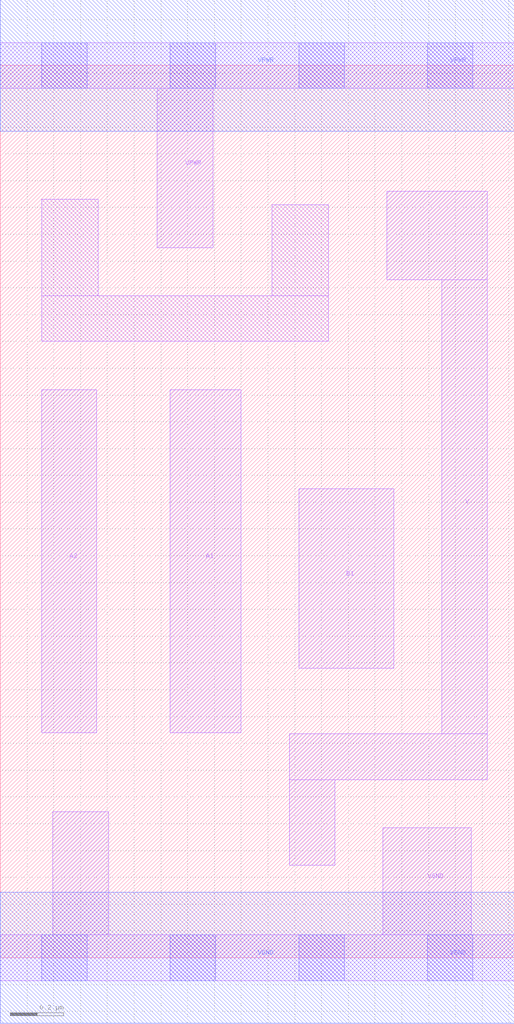
<source format=lef>
# Copyright 2020 The SkyWater PDK Authors
#
# Licensed under the Apache License, Version 2.0 (the "License");
# you may not use this file except in compliance with the License.
# You may obtain a copy of the License at
#
#     https://www.apache.org/licenses/LICENSE-2.0
#
# Unless required by applicable law or agreed to in writing, software
# distributed under the License is distributed on an "AS IS" BASIS,
# WITHOUT WARRANTIES OR CONDITIONS OF ANY KIND, either express or implied.
# See the License for the specific language governing permissions and
# limitations under the License.
#
# SPDX-License-Identifier: Apache-2.0

VERSION 5.7 ;
  NAMESCASESENSITIVE ON ;
  NOWIREEXTENSIONATPIN ON ;
  DIVIDERCHAR "/" ;
  BUSBITCHARS "[]" ;
UNITS
  DATABASE MICRONS 200 ;
END UNITS
MACRO sky130_fd_sc_lp__a21oi_m
  CLASS CORE ;
  SOURCE USER ;
  FOREIGN sky130_fd_sc_lp__a21oi_m ;
  ORIGIN  0.000000  0.000000 ;
  SIZE  1.920000 BY  3.330000 ;
  SYMMETRY X Y R90 ;
  SITE unit ;
  PIN A1
    ANTENNAGATEAREA  0.126000 ;
    DIRECTION INPUT ;
    USE SIGNAL ;
    PORT
      LAYER li1 ;
        RECT 0.635000 0.840000 0.900000 2.120000 ;
    END
  END A1
  PIN A2
    ANTENNAGATEAREA  0.126000 ;
    DIRECTION INPUT ;
    USE SIGNAL ;
    PORT
      LAYER li1 ;
        RECT 0.155000 0.840000 0.360000 2.120000 ;
    END
  END A2
  PIN B1
    ANTENNAGATEAREA  0.126000 ;
    DIRECTION INPUT ;
    USE SIGNAL ;
    PORT
      LAYER li1 ;
        RECT 1.115000 1.080000 1.470000 1.750000 ;
    END
  END B1
  PIN Y
    ANTENNADIFFAREA  0.260400 ;
    DIRECTION OUTPUT ;
    USE SIGNAL ;
    PORT
      LAYER li1 ;
        RECT 1.080000 0.345000 1.250000 0.665000 ;
        RECT 1.080000 0.665000 1.820000 0.835000 ;
        RECT 1.445000 2.530000 1.820000 2.860000 ;
        RECT 1.650000 0.835000 1.820000 2.530000 ;
    END
  END Y
  PIN VGND
    DIRECTION INOUT ;
    USE GROUND ;
    PORT
      LAYER li1 ;
        RECT 0.000000 -0.085000 1.920000 0.085000 ;
        RECT 0.195000  0.085000 0.405000 0.545000 ;
        RECT 1.430000  0.085000 1.760000 0.485000 ;
      LAYER mcon ;
        RECT 0.155000 -0.085000 0.325000 0.085000 ;
        RECT 0.635000 -0.085000 0.805000 0.085000 ;
        RECT 1.115000 -0.085000 1.285000 0.085000 ;
        RECT 1.595000 -0.085000 1.765000 0.085000 ;
      LAYER met1 ;
        RECT 0.000000 -0.245000 1.920000 0.245000 ;
    END
  END VGND
  PIN VPWR
    DIRECTION INOUT ;
    USE POWER ;
    PORT
      LAYER li1 ;
        RECT 0.000000 3.245000 1.920000 3.415000 ;
        RECT 0.585000 2.650000 0.795000 3.245000 ;
      LAYER mcon ;
        RECT 0.155000 3.245000 0.325000 3.415000 ;
        RECT 0.635000 3.245000 0.805000 3.415000 ;
        RECT 1.115000 3.245000 1.285000 3.415000 ;
        RECT 1.595000 3.245000 1.765000 3.415000 ;
      LAYER met1 ;
        RECT 0.000000 3.085000 1.920000 3.575000 ;
    END
  END VPWR
  OBS
    LAYER li1 ;
      RECT 0.155000 2.300000 1.225000 2.470000 ;
      RECT 0.155000 2.470000 0.365000 2.830000 ;
      RECT 1.015000 2.470000 1.225000 2.810000 ;
  END
END sky130_fd_sc_lp__a21oi_m

</source>
